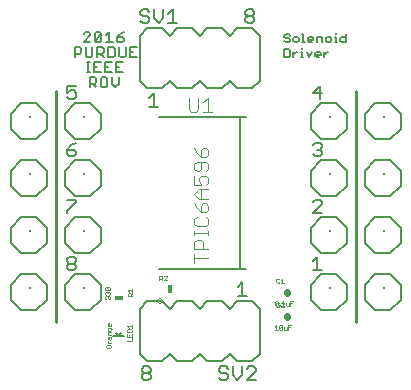
<source format=gto>
G75*
%MOIN*%
%OFA0B0*%
%FSLAX25Y25*%
%IPPOS*%
%LPD*%
%AMOC8*
5,1,8,0,0,1.08239X$1,22.5*
%
%ADD10C,0.01000*%
%ADD11C,0.00600*%
%ADD12C,0.00500*%
%ADD13C,0.00800*%
%ADD14C,0.00400*%
%ADD15C,0.02200*%
%ADD16C,0.00100*%
%ADD17C,0.00000*%
%ADD18R,0.03000X0.01800*%
%ADD19R,0.01800X0.03000*%
D10*
X0018250Y0023250D02*
X0018250Y0100250D01*
X0118250Y0100250D02*
X0118250Y0023250D01*
D11*
X0111750Y0027250D02*
X0106750Y0027250D01*
X0103250Y0030750D01*
X0103250Y0035750D01*
X0106750Y0039250D01*
X0111750Y0039250D01*
X0115250Y0035750D01*
X0115250Y0030750D01*
X0111750Y0027250D01*
X0121250Y0030750D02*
X0121250Y0035750D01*
X0124750Y0039250D01*
X0129750Y0039250D01*
X0133250Y0035750D01*
X0133250Y0030750D01*
X0129750Y0027250D01*
X0124750Y0027250D01*
X0121250Y0030750D01*
X0124750Y0046250D02*
X0129750Y0046250D01*
X0133250Y0049750D01*
X0133250Y0054750D01*
X0129750Y0058250D01*
X0124750Y0058250D01*
X0121250Y0054750D01*
X0121250Y0049750D01*
X0124750Y0046250D01*
X0115250Y0049750D02*
X0115250Y0054750D01*
X0111750Y0058250D01*
X0106750Y0058250D01*
X0103250Y0054750D01*
X0103250Y0049750D01*
X0106750Y0046250D01*
X0111750Y0046250D01*
X0115250Y0049750D01*
X0111750Y0065250D02*
X0106750Y0065250D01*
X0103250Y0068750D01*
X0103250Y0073750D01*
X0106750Y0077250D01*
X0111750Y0077250D01*
X0115250Y0073750D01*
X0115250Y0068750D01*
X0111750Y0065250D01*
X0121250Y0068750D02*
X0124750Y0065250D01*
X0129750Y0065250D01*
X0133250Y0068750D01*
X0133250Y0073750D01*
X0129750Y0077250D01*
X0124750Y0077250D01*
X0121250Y0073750D01*
X0121250Y0068750D01*
X0124750Y0084250D02*
X0129750Y0084250D01*
X0133250Y0087750D01*
X0133250Y0092750D01*
X0129750Y0096250D01*
X0124750Y0096250D01*
X0121250Y0092750D01*
X0121250Y0087750D01*
X0124750Y0084250D01*
X0115250Y0087750D02*
X0115250Y0092750D01*
X0111750Y0096250D01*
X0106750Y0096250D01*
X0103250Y0092750D01*
X0103250Y0087750D01*
X0106750Y0084250D01*
X0111750Y0084250D01*
X0115250Y0087750D01*
X0086250Y0103750D02*
X0083750Y0101250D01*
X0078750Y0101250D01*
X0076250Y0103750D01*
X0073750Y0101250D01*
X0068750Y0101250D01*
X0066250Y0103750D01*
X0063750Y0101250D01*
X0058750Y0101250D01*
X0056250Y0103750D01*
X0053750Y0101250D01*
X0048750Y0101250D01*
X0046250Y0103750D01*
X0046250Y0118750D01*
X0048750Y0121250D01*
X0053750Y0121250D01*
X0056250Y0118750D01*
X0058750Y0121250D01*
X0063750Y0121250D01*
X0066250Y0118750D01*
X0068750Y0121250D01*
X0073750Y0121250D01*
X0076250Y0118750D01*
X0078750Y0121250D01*
X0083750Y0121250D01*
X0086250Y0118750D01*
X0086250Y0103750D01*
X0045234Y0111550D02*
X0042966Y0111550D01*
X0042966Y0114953D01*
X0045234Y0114953D01*
X0044100Y0113251D02*
X0042966Y0113251D01*
X0041551Y0112117D02*
X0041551Y0114953D01*
X0040301Y0116550D02*
X0040868Y0117117D01*
X0040868Y0117684D01*
X0040301Y0118251D01*
X0038599Y0118251D01*
X0038599Y0117117D01*
X0039167Y0116550D01*
X0040301Y0116550D01*
X0039283Y0114953D02*
X0039283Y0112117D01*
X0039850Y0111550D01*
X0040984Y0111550D01*
X0041551Y0112117D01*
X0040640Y0109953D02*
X0038372Y0109953D01*
X0038372Y0106550D01*
X0040640Y0106550D01*
X0039185Y0104953D02*
X0039185Y0102684D01*
X0038051Y0101550D01*
X0036916Y0102684D01*
X0036916Y0104953D01*
X0035502Y0104386D02*
X0034935Y0104953D01*
X0033800Y0104953D01*
X0033233Y0104386D01*
X0033233Y0102117D01*
X0033800Y0101550D01*
X0034935Y0101550D01*
X0035502Y0102117D01*
X0035502Y0104386D01*
X0034689Y0106550D02*
X0036957Y0106550D01*
X0034689Y0106550D02*
X0034689Y0109953D01*
X0036957Y0109953D01*
X0037301Y0111550D02*
X0035599Y0111550D01*
X0035599Y0114953D01*
X0037301Y0114953D01*
X0037868Y0114386D01*
X0037868Y0112117D01*
X0037301Y0111550D01*
X0038372Y0108251D02*
X0039506Y0108251D01*
X0035823Y0108251D02*
X0034689Y0108251D01*
X0033274Y0109953D02*
X0031005Y0109953D01*
X0031005Y0106550D01*
X0033274Y0106550D01*
X0031251Y0104953D02*
X0031819Y0104386D01*
X0031819Y0103251D01*
X0031251Y0102684D01*
X0029550Y0102684D01*
X0029550Y0101550D02*
X0029550Y0104953D01*
X0031251Y0104953D01*
X0029684Y0106550D02*
X0028550Y0106550D01*
X0029117Y0106550D02*
X0029117Y0109953D01*
X0028550Y0109953D02*
X0029684Y0109953D01*
X0029935Y0111550D02*
X0030502Y0112117D01*
X0030502Y0114953D01*
X0031916Y0114953D02*
X0033618Y0114953D01*
X0034185Y0114386D01*
X0034185Y0113251D01*
X0033618Y0112684D01*
X0031916Y0112684D01*
X0031916Y0111550D02*
X0031916Y0114953D01*
X0031800Y0116550D02*
X0031233Y0117117D01*
X0033502Y0119386D01*
X0033502Y0117117D01*
X0032935Y0116550D01*
X0031800Y0116550D01*
X0031233Y0117117D02*
X0031233Y0119386D01*
X0031800Y0119953D01*
X0032935Y0119953D01*
X0033502Y0119386D01*
X0034916Y0118819D02*
X0036051Y0119953D01*
X0036051Y0116550D01*
X0037185Y0116550D02*
X0034916Y0116550D01*
X0038599Y0118251D02*
X0039734Y0119386D01*
X0040868Y0119953D01*
X0033051Y0112684D02*
X0034185Y0111550D01*
X0032140Y0108251D02*
X0031005Y0108251D01*
X0029935Y0111550D02*
X0028800Y0111550D01*
X0028233Y0112117D01*
X0028233Y0114953D01*
X0026819Y0114386D02*
X0026819Y0113251D01*
X0026251Y0112684D01*
X0024550Y0112684D01*
X0024550Y0111550D02*
X0024550Y0114953D01*
X0026251Y0114953D01*
X0026819Y0114386D01*
X0027550Y0116550D02*
X0029819Y0118819D01*
X0029819Y0119386D01*
X0029251Y0119953D01*
X0028117Y0119953D01*
X0027550Y0119386D01*
X0027550Y0116550D02*
X0029819Y0116550D01*
X0030684Y0102684D02*
X0031819Y0101550D01*
X0029750Y0096250D02*
X0024750Y0096250D01*
X0021250Y0092750D01*
X0021250Y0087750D01*
X0024750Y0084250D01*
X0029750Y0084250D01*
X0033250Y0087750D01*
X0033250Y0092750D01*
X0029750Y0096250D01*
X0015250Y0092750D02*
X0015250Y0087750D01*
X0011750Y0084250D01*
X0006750Y0084250D01*
X0003250Y0087750D01*
X0003250Y0092750D01*
X0006750Y0096250D01*
X0011750Y0096250D01*
X0015250Y0092750D01*
X0011750Y0077250D02*
X0006750Y0077250D01*
X0003250Y0073750D01*
X0003250Y0068750D01*
X0006750Y0065250D01*
X0011750Y0065250D01*
X0015250Y0068750D01*
X0015250Y0073750D01*
X0011750Y0077250D01*
X0021250Y0073750D02*
X0021250Y0068750D01*
X0024750Y0065250D01*
X0029750Y0065250D01*
X0033250Y0068750D01*
X0033250Y0073750D01*
X0029750Y0077250D01*
X0024750Y0077250D01*
X0021250Y0073750D01*
X0024750Y0058250D02*
X0029750Y0058250D01*
X0033250Y0054750D01*
X0033250Y0049750D01*
X0029750Y0046250D01*
X0024750Y0046250D01*
X0021250Y0049750D01*
X0021250Y0054750D01*
X0024750Y0058250D01*
X0015250Y0054750D02*
X0015250Y0049750D01*
X0011750Y0046250D01*
X0006750Y0046250D01*
X0003250Y0049750D01*
X0003250Y0054750D01*
X0006750Y0058250D01*
X0011750Y0058250D01*
X0015250Y0054750D01*
X0011750Y0039250D02*
X0006750Y0039250D01*
X0003250Y0035750D01*
X0003250Y0030750D01*
X0006750Y0027250D01*
X0011750Y0027250D01*
X0015250Y0030750D01*
X0015250Y0035750D01*
X0011750Y0039250D01*
X0021250Y0035750D02*
X0021250Y0030750D01*
X0024750Y0027250D01*
X0029750Y0027250D01*
X0033250Y0030750D01*
X0033250Y0035750D01*
X0029750Y0039250D01*
X0024750Y0039250D01*
X0021250Y0035750D01*
X0046250Y0027750D02*
X0046250Y0012750D01*
X0048750Y0010250D01*
X0053750Y0010250D01*
X0056250Y0012750D01*
X0058750Y0010250D01*
X0063750Y0010250D01*
X0066250Y0012750D01*
X0068750Y0010250D01*
X0073750Y0010250D01*
X0076250Y0012750D01*
X0078750Y0010250D01*
X0083750Y0010250D01*
X0086250Y0012750D01*
X0086250Y0027750D01*
X0083750Y0030250D01*
X0078750Y0030250D01*
X0076250Y0027750D01*
X0073750Y0030250D01*
X0068750Y0030250D01*
X0066250Y0027750D01*
X0063750Y0030250D01*
X0058750Y0030250D01*
X0056250Y0027750D01*
X0053750Y0030250D01*
X0048750Y0030250D01*
X0046250Y0027750D01*
D12*
X0047647Y0008504D02*
X0049148Y0008504D01*
X0049899Y0007753D01*
X0049899Y0007003D01*
X0049148Y0006252D01*
X0047647Y0006252D01*
X0046896Y0007003D01*
X0046896Y0007753D01*
X0047647Y0008504D01*
X0047647Y0006252D02*
X0046896Y0005501D01*
X0046896Y0004751D01*
X0047647Y0004000D01*
X0049148Y0004000D01*
X0049899Y0004751D01*
X0049899Y0005501D01*
X0049148Y0006252D01*
X0072688Y0007003D02*
X0073439Y0006252D01*
X0074940Y0006252D01*
X0075691Y0005501D01*
X0075691Y0004751D01*
X0074940Y0004000D01*
X0073439Y0004000D01*
X0072688Y0004751D01*
X0072688Y0007003D02*
X0072688Y0007753D01*
X0073439Y0008504D01*
X0074940Y0008504D01*
X0075691Y0007753D01*
X0077292Y0008504D02*
X0077292Y0005501D01*
X0078793Y0004000D01*
X0080295Y0005501D01*
X0080295Y0008504D01*
X0081896Y0007753D02*
X0082647Y0008504D01*
X0084148Y0008504D01*
X0084899Y0007753D01*
X0084899Y0007003D01*
X0081896Y0004000D01*
X0084899Y0004000D01*
X0081899Y0032000D02*
X0078896Y0032000D01*
X0080397Y0032000D02*
X0080397Y0036504D01*
X0078896Y0035003D01*
X0104000Y0040500D02*
X0107003Y0040500D01*
X0105501Y0040500D02*
X0105501Y0045004D01*
X0104000Y0043503D01*
X0104000Y0059500D02*
X0107003Y0062503D01*
X0107003Y0063253D01*
X0106252Y0064004D01*
X0104751Y0064004D01*
X0104000Y0063253D01*
X0104000Y0059500D02*
X0107003Y0059500D01*
X0106252Y0078500D02*
X0104751Y0078500D01*
X0104000Y0079251D01*
X0105501Y0080752D02*
X0106252Y0080752D01*
X0107003Y0080001D01*
X0107003Y0079251D01*
X0106252Y0078500D01*
X0106252Y0080752D02*
X0107003Y0081503D01*
X0107003Y0082253D01*
X0106252Y0083004D01*
X0104751Y0083004D01*
X0104000Y0082253D01*
X0106252Y0097500D02*
X0106252Y0102004D01*
X0104000Y0099752D01*
X0107003Y0099752D01*
X0107759Y0111500D02*
X0107759Y0113302D01*
X0107759Y0112401D02*
X0108660Y0113302D01*
X0109110Y0113302D01*
X0106614Y0112851D02*
X0106614Y0112401D01*
X0104813Y0112401D01*
X0104813Y0112851D02*
X0105263Y0113302D01*
X0106164Y0113302D01*
X0106614Y0112851D01*
X0106164Y0111500D02*
X0105263Y0111500D01*
X0104813Y0111950D01*
X0104813Y0112851D01*
X0103668Y0113302D02*
X0102767Y0111500D01*
X0101866Y0113302D01*
X0100352Y0113302D02*
X0100352Y0111500D01*
X0099902Y0111500D02*
X0100803Y0111500D01*
X0100352Y0113302D02*
X0099902Y0113302D01*
X0100352Y0114202D02*
X0100352Y0114653D01*
X0098798Y0113302D02*
X0098347Y0113302D01*
X0097447Y0112401D01*
X0097447Y0111500D02*
X0097447Y0113302D01*
X0096302Y0113752D02*
X0096302Y0111950D01*
X0095851Y0111500D01*
X0094500Y0111500D01*
X0094500Y0114202D01*
X0095851Y0114202D01*
X0096302Y0113752D01*
X0095851Y0116500D02*
X0094950Y0116500D01*
X0094500Y0116950D01*
X0094950Y0117851D02*
X0094500Y0118302D01*
X0094500Y0118752D01*
X0094950Y0119202D01*
X0095851Y0119202D01*
X0096302Y0118752D01*
X0095851Y0117851D02*
X0096302Y0117401D01*
X0096302Y0116950D01*
X0095851Y0116500D01*
X0095851Y0117851D02*
X0094950Y0117851D01*
X0097447Y0117851D02*
X0097447Y0116950D01*
X0097897Y0116500D01*
X0098798Y0116500D01*
X0099248Y0116950D01*
X0099248Y0117851D01*
X0098798Y0118302D01*
X0097897Y0118302D01*
X0097447Y0117851D01*
X0100393Y0116500D02*
X0101294Y0116500D01*
X0100843Y0116500D02*
X0100843Y0119202D01*
X0100393Y0119202D01*
X0102357Y0117851D02*
X0102808Y0118302D01*
X0103709Y0118302D01*
X0104159Y0117851D01*
X0104159Y0117401D01*
X0102357Y0117401D01*
X0102357Y0117851D02*
X0102357Y0116950D01*
X0102808Y0116500D01*
X0103709Y0116500D01*
X0105304Y0116500D02*
X0105304Y0118302D01*
X0106655Y0118302D01*
X0107105Y0117851D01*
X0107105Y0116500D01*
X0108250Y0116950D02*
X0108250Y0117851D01*
X0108701Y0118302D01*
X0109602Y0118302D01*
X0110052Y0117851D01*
X0110052Y0116950D01*
X0109602Y0116500D01*
X0108701Y0116500D01*
X0108250Y0116950D01*
X0111197Y0116500D02*
X0112098Y0116500D01*
X0111647Y0116500D02*
X0111647Y0118302D01*
X0111197Y0118302D01*
X0111647Y0119202D02*
X0111647Y0119653D01*
X0113161Y0117851D02*
X0113612Y0118302D01*
X0114963Y0118302D01*
X0114963Y0119202D02*
X0114963Y0116500D01*
X0113612Y0116500D01*
X0113161Y0116950D01*
X0113161Y0117851D01*
X0084503Y0123751D02*
X0083752Y0123000D01*
X0082251Y0123000D01*
X0081500Y0123751D01*
X0081500Y0124501D01*
X0082251Y0125252D01*
X0083752Y0125252D01*
X0084503Y0124501D01*
X0084503Y0123751D01*
X0083752Y0125252D02*
X0084503Y0126003D01*
X0084503Y0126753D01*
X0083752Y0127504D01*
X0082251Y0127504D01*
X0081500Y0126753D01*
X0081500Y0126003D01*
X0082251Y0125252D01*
X0058710Y0123000D02*
X0055708Y0123000D01*
X0057209Y0123000D02*
X0057209Y0127504D01*
X0055708Y0126003D01*
X0054106Y0124501D02*
X0054106Y0127504D01*
X0051104Y0127504D02*
X0051104Y0124501D01*
X0052605Y0123000D01*
X0054106Y0124501D01*
X0049503Y0124501D02*
X0049503Y0123751D01*
X0048752Y0123000D01*
X0047251Y0123000D01*
X0046500Y0123751D01*
X0047251Y0125252D02*
X0046500Y0126003D01*
X0046500Y0126753D01*
X0047251Y0127504D01*
X0048752Y0127504D01*
X0049503Y0126753D01*
X0048752Y0125252D02*
X0049503Y0124501D01*
X0048752Y0125252D02*
X0047251Y0125252D01*
X0025003Y0102004D02*
X0022000Y0102004D01*
X0022000Y0099752D01*
X0023501Y0100503D01*
X0024252Y0100503D01*
X0025003Y0099752D01*
X0025003Y0098251D01*
X0024252Y0097500D01*
X0022751Y0097500D01*
X0022000Y0098251D01*
X0025003Y0083004D02*
X0023501Y0082253D01*
X0022000Y0080752D01*
X0024252Y0080752D01*
X0025003Y0080001D01*
X0025003Y0079251D01*
X0024252Y0078500D01*
X0022751Y0078500D01*
X0022000Y0079251D01*
X0022000Y0080752D01*
X0022000Y0064004D02*
X0025003Y0064004D01*
X0025003Y0063253D01*
X0022000Y0060251D01*
X0022000Y0059500D01*
X0022751Y0045004D02*
X0024252Y0045004D01*
X0025003Y0044253D01*
X0025003Y0043503D01*
X0024252Y0042752D01*
X0022751Y0042752D01*
X0022000Y0043503D01*
X0022000Y0044253D01*
X0022751Y0045004D01*
X0022751Y0042752D02*
X0022000Y0042001D01*
X0022000Y0041251D01*
X0022751Y0040500D01*
X0024252Y0040500D01*
X0025003Y0041251D01*
X0025003Y0042001D01*
X0024252Y0042752D01*
X0049500Y0095000D02*
X0052503Y0095000D01*
X0051001Y0095000D02*
X0051001Y0099504D01*
X0049500Y0098003D01*
D13*
X0052683Y0091683D02*
X0079848Y0091683D01*
X0081817Y0091683D01*
X0079848Y0091683D02*
X0079848Y0040817D01*
X0052683Y0040817D01*
X0040110Y0019801D02*
X0039350Y0018641D01*
X0039250Y0018581D02*
X0038330Y0019801D01*
X0037439Y0018581D02*
X0039250Y0018581D01*
X0041061Y0018581D01*
X0079848Y0040817D02*
X0081817Y0040817D01*
D14*
X0069050Y0044485D02*
X0064446Y0044485D01*
X0064446Y0046019D02*
X0064446Y0042950D01*
X0064446Y0047554D02*
X0064446Y0049856D01*
X0065213Y0050623D01*
X0066748Y0050623D01*
X0067515Y0049856D01*
X0067515Y0047554D01*
X0069050Y0047554D02*
X0064446Y0047554D01*
X0064446Y0052158D02*
X0064446Y0053692D01*
X0064446Y0052925D02*
X0069050Y0052925D01*
X0069050Y0052158D02*
X0069050Y0053692D01*
X0068283Y0055227D02*
X0069050Y0055994D01*
X0069050Y0057529D01*
X0068283Y0058296D01*
X0068283Y0059831D02*
X0066748Y0059831D01*
X0066748Y0062133D01*
X0067515Y0062900D01*
X0068283Y0062900D01*
X0069050Y0062133D01*
X0069050Y0060598D01*
X0068283Y0059831D01*
X0066748Y0059831D02*
X0065213Y0061366D01*
X0064446Y0062900D01*
X0065981Y0064435D02*
X0064446Y0065970D01*
X0065981Y0067504D01*
X0069050Y0067504D01*
X0068283Y0069039D02*
X0069050Y0069806D01*
X0069050Y0071341D01*
X0068283Y0072108D01*
X0066748Y0072108D01*
X0065981Y0071341D01*
X0065981Y0070574D01*
X0066748Y0069039D01*
X0064446Y0069039D01*
X0064446Y0072108D01*
X0065213Y0073643D02*
X0065981Y0073643D01*
X0066748Y0074410D01*
X0066748Y0076712D01*
X0065213Y0076712D02*
X0064446Y0075945D01*
X0064446Y0074410D01*
X0065213Y0073643D01*
X0065213Y0076712D02*
X0068283Y0076712D01*
X0069050Y0075945D01*
X0069050Y0074410D01*
X0068283Y0073643D01*
X0068283Y0078247D02*
X0066748Y0078247D01*
X0066748Y0080549D01*
X0067515Y0081316D01*
X0068283Y0081316D01*
X0069050Y0080549D01*
X0069050Y0079014D01*
X0068283Y0078247D01*
X0066748Y0078247D02*
X0065213Y0079781D01*
X0064446Y0081316D01*
X0065044Y0093450D02*
X0063509Y0093450D01*
X0062742Y0094217D01*
X0062742Y0098054D01*
X0065811Y0098054D02*
X0065811Y0094217D01*
X0065044Y0093450D01*
X0067346Y0093450D02*
X0070415Y0093450D01*
X0068881Y0093450D02*
X0068881Y0098054D01*
X0067346Y0096519D01*
X0066748Y0067504D02*
X0066748Y0064435D01*
X0065981Y0064435D02*
X0069050Y0064435D01*
X0065213Y0058296D02*
X0064446Y0057529D01*
X0064446Y0055994D01*
X0065213Y0055227D01*
X0068283Y0055227D01*
D15*
X0095250Y0033370D02*
X0095250Y0033130D01*
X0095250Y0025370D02*
X0095250Y0025130D01*
D16*
X0095720Y0022301D02*
X0096721Y0022301D01*
X0096220Y0021551D02*
X0095720Y0021551D01*
X0095247Y0021801D02*
X0095247Y0020800D01*
X0094497Y0020800D01*
X0094247Y0021050D01*
X0094247Y0021801D01*
X0093774Y0022051D02*
X0092773Y0021050D01*
X0093023Y0020800D01*
X0093524Y0020800D01*
X0093774Y0021050D01*
X0093774Y0022051D01*
X0093524Y0022301D01*
X0093023Y0022301D01*
X0092773Y0022051D01*
X0092773Y0021050D01*
X0092301Y0020800D02*
X0091300Y0020800D01*
X0091800Y0020800D02*
X0091800Y0022301D01*
X0091300Y0021801D01*
X0095720Y0022301D02*
X0095720Y0020800D01*
X0094274Y0028300D02*
X0093273Y0028300D01*
X0094274Y0029301D01*
X0094274Y0029551D01*
X0094024Y0029801D01*
X0093523Y0029801D01*
X0093273Y0029551D01*
X0093510Y0029801D02*
X0094010Y0030301D01*
X0094010Y0028800D01*
X0093510Y0028800D02*
X0094511Y0028800D01*
X0094983Y0029050D02*
X0095233Y0028800D01*
X0095984Y0028800D01*
X0095984Y0029801D01*
X0096456Y0029551D02*
X0096957Y0029551D01*
X0096456Y0030301D02*
X0097457Y0030301D01*
X0096456Y0030301D02*
X0096456Y0028800D01*
X0094983Y0029050D02*
X0094983Y0029801D01*
X0093023Y0029050D02*
X0093023Y0028800D01*
X0092773Y0028800D01*
X0092773Y0029050D01*
X0093023Y0029050D01*
X0092801Y0028550D02*
X0092551Y0028300D01*
X0092050Y0028300D01*
X0091800Y0028550D01*
X0091800Y0029551D01*
X0092050Y0029801D01*
X0092551Y0029801D01*
X0092801Y0029551D01*
X0092301Y0030051D02*
X0092301Y0029050D01*
X0092051Y0028800D01*
X0091550Y0028800D01*
X0091300Y0029050D01*
X0092301Y0030051D01*
X0092051Y0030301D01*
X0091550Y0030301D01*
X0091300Y0030051D01*
X0091300Y0029050D01*
X0092050Y0036300D02*
X0092551Y0036300D01*
X0092801Y0036550D01*
X0093273Y0036300D02*
X0094274Y0036300D01*
X0093774Y0036300D02*
X0093774Y0037801D01*
X0093273Y0037301D01*
X0092801Y0037551D02*
X0092551Y0037801D01*
X0092050Y0037801D01*
X0091800Y0037551D01*
X0091800Y0036550D01*
X0092050Y0036300D01*
X0055274Y0037300D02*
X0054273Y0037300D01*
X0055274Y0038301D01*
X0055274Y0038551D01*
X0055024Y0038801D01*
X0054523Y0038801D01*
X0054273Y0038551D01*
X0053801Y0038551D02*
X0053801Y0038051D01*
X0053551Y0037800D01*
X0052800Y0037800D01*
X0052800Y0037300D02*
X0052800Y0038801D01*
X0053551Y0038801D01*
X0053801Y0038551D01*
X0053300Y0037800D02*
X0053801Y0037300D01*
X0053051Y0031301D02*
X0053301Y0031051D01*
X0052300Y0030050D01*
X0052550Y0029800D01*
X0053051Y0029800D01*
X0053301Y0030050D01*
X0053301Y0031051D01*
X0053051Y0031301D02*
X0052550Y0031301D01*
X0052300Y0031051D01*
X0052300Y0030050D01*
X0043800Y0031853D02*
X0042299Y0031853D01*
X0042299Y0032604D01*
X0042549Y0032854D01*
X0043049Y0032854D01*
X0043300Y0032604D01*
X0043300Y0031853D01*
X0043300Y0032354D02*
X0043800Y0032854D01*
X0043800Y0033327D02*
X0043800Y0034328D01*
X0043800Y0033827D02*
X0042299Y0033827D01*
X0042799Y0033327D01*
X0036300Y0033104D02*
X0036300Y0032604D01*
X0036050Y0032353D01*
X0036050Y0031881D02*
X0036300Y0031631D01*
X0036300Y0031130D01*
X0036050Y0030880D01*
X0035549Y0031381D02*
X0035549Y0031631D01*
X0035800Y0031881D01*
X0036050Y0031881D01*
X0035549Y0031631D02*
X0035299Y0031881D01*
X0035049Y0031881D01*
X0034799Y0031631D01*
X0034799Y0031130D01*
X0035049Y0030880D01*
X0035049Y0032353D02*
X0034799Y0032604D01*
X0034799Y0033104D01*
X0035049Y0033354D01*
X0035299Y0033354D01*
X0035549Y0033104D01*
X0035800Y0033354D01*
X0036050Y0033354D01*
X0036300Y0033104D01*
X0035549Y0033104D02*
X0035549Y0032854D01*
X0035049Y0033827D02*
X0034799Y0034077D01*
X0034799Y0034577D01*
X0035049Y0034828D01*
X0036050Y0033827D01*
X0036300Y0034077D01*
X0036300Y0034577D01*
X0036050Y0034828D01*
X0035049Y0034828D01*
X0035049Y0033827D02*
X0036050Y0033827D01*
X0036050Y0022828D02*
X0036050Y0021827D01*
X0036300Y0021827D02*
X0035799Y0021827D01*
X0035549Y0022077D01*
X0035549Y0022577D01*
X0035799Y0022828D01*
X0036050Y0022828D01*
X0036550Y0022577D02*
X0036550Y0022077D01*
X0036300Y0021827D01*
X0036550Y0021354D02*
X0036550Y0020604D01*
X0036300Y0020353D01*
X0035799Y0020353D01*
X0035549Y0020604D01*
X0035549Y0021354D01*
X0036800Y0021354D01*
X0037050Y0021104D01*
X0037050Y0020854D01*
X0036550Y0019881D02*
X0035799Y0019881D01*
X0035549Y0019631D01*
X0035549Y0018880D01*
X0036550Y0018880D01*
X0036550Y0018408D02*
X0036550Y0017657D01*
X0036300Y0017407D01*
X0036050Y0017657D01*
X0036050Y0018408D01*
X0035799Y0018408D02*
X0036550Y0018408D01*
X0035799Y0018408D02*
X0035549Y0018158D01*
X0035549Y0017657D01*
X0035549Y0016930D02*
X0035549Y0016680D01*
X0036050Y0016179D01*
X0036550Y0016179D02*
X0035549Y0016179D01*
X0035299Y0015707D02*
X0035049Y0015457D01*
X0035049Y0014956D01*
X0035299Y0014706D01*
X0036300Y0014706D01*
X0036550Y0014956D01*
X0036550Y0015457D01*
X0036300Y0015707D01*
X0035299Y0015707D01*
X0042049Y0016907D02*
X0043550Y0016907D01*
X0043550Y0017908D01*
X0043550Y0018380D02*
X0042049Y0018380D01*
X0042049Y0019381D01*
X0042049Y0019853D02*
X0042049Y0020604D01*
X0042299Y0020854D01*
X0043300Y0020854D01*
X0043550Y0020604D01*
X0043550Y0019853D01*
X0042049Y0019853D01*
X0042799Y0018881D02*
X0042799Y0018380D01*
X0043550Y0018380D02*
X0043550Y0019381D01*
X0043550Y0021327D02*
X0043550Y0022328D01*
X0043550Y0021827D02*
X0042049Y0021827D01*
X0042549Y0021327D01*
D17*
X0027576Y0034750D02*
X0027576Y0034850D01*
X0027526Y0034800D01*
X0027593Y0034800D01*
X0027501Y0034750D02*
X0027434Y0034750D01*
X0027409Y0034750D02*
X0027342Y0034750D01*
X0027342Y0034850D01*
X0027409Y0034850D01*
X0027434Y0034817D02*
X0027468Y0034850D01*
X0027468Y0034750D01*
X0027375Y0034800D02*
X0027342Y0034800D01*
X0027317Y0034783D02*
X0027317Y0034767D01*
X0027300Y0034750D01*
X0027267Y0034750D01*
X0027250Y0034767D01*
X0027267Y0034800D02*
X0027300Y0034800D01*
X0027317Y0034783D01*
X0027317Y0034833D02*
X0027300Y0034850D01*
X0027267Y0034850D01*
X0027250Y0034833D01*
X0027250Y0034817D01*
X0027267Y0034800D01*
X0009593Y0034800D02*
X0009526Y0034800D01*
X0009576Y0034850D01*
X0009576Y0034750D01*
X0009501Y0034750D02*
X0009434Y0034750D01*
X0009409Y0034750D02*
X0009342Y0034750D01*
X0009342Y0034850D01*
X0009409Y0034850D01*
X0009434Y0034817D02*
X0009468Y0034850D01*
X0009468Y0034750D01*
X0009375Y0034800D02*
X0009342Y0034800D01*
X0009317Y0034783D02*
X0009317Y0034767D01*
X0009300Y0034750D01*
X0009267Y0034750D01*
X0009250Y0034767D01*
X0009267Y0034800D02*
X0009300Y0034800D01*
X0009317Y0034783D01*
X0009317Y0034833D02*
X0009300Y0034850D01*
X0009267Y0034850D01*
X0009250Y0034833D01*
X0009250Y0034817D01*
X0009267Y0034800D01*
X0009267Y0053750D02*
X0009250Y0053767D01*
X0009267Y0053750D02*
X0009300Y0053750D01*
X0009317Y0053767D01*
X0009317Y0053783D01*
X0009300Y0053800D01*
X0009267Y0053800D01*
X0009250Y0053817D01*
X0009250Y0053833D01*
X0009267Y0053850D01*
X0009300Y0053850D01*
X0009317Y0053833D01*
X0009342Y0053850D02*
X0009342Y0053750D01*
X0009409Y0053750D01*
X0009434Y0053750D02*
X0009501Y0053750D01*
X0009468Y0053750D02*
X0009468Y0053850D01*
X0009434Y0053817D01*
X0009409Y0053850D02*
X0009342Y0053850D01*
X0009342Y0053800D02*
X0009375Y0053800D01*
X0009526Y0053800D02*
X0009593Y0053800D01*
X0009576Y0053750D02*
X0009576Y0053850D01*
X0009526Y0053800D01*
X0027250Y0053817D02*
X0027267Y0053800D01*
X0027300Y0053800D01*
X0027317Y0053783D01*
X0027317Y0053767D01*
X0027300Y0053750D01*
X0027267Y0053750D01*
X0027250Y0053767D01*
X0027250Y0053817D02*
X0027250Y0053833D01*
X0027267Y0053850D01*
X0027300Y0053850D01*
X0027317Y0053833D01*
X0027342Y0053850D02*
X0027342Y0053750D01*
X0027409Y0053750D01*
X0027434Y0053750D02*
X0027501Y0053750D01*
X0027468Y0053750D02*
X0027468Y0053850D01*
X0027434Y0053817D01*
X0027409Y0053850D02*
X0027342Y0053850D01*
X0027342Y0053800D02*
X0027375Y0053800D01*
X0027526Y0053800D02*
X0027593Y0053800D01*
X0027576Y0053750D02*
X0027576Y0053850D01*
X0027526Y0053800D01*
X0027434Y0072750D02*
X0027501Y0072750D01*
X0027468Y0072750D02*
X0027468Y0072850D01*
X0027434Y0072817D01*
X0027409Y0072850D02*
X0027342Y0072850D01*
X0027342Y0072750D01*
X0027409Y0072750D01*
X0027375Y0072800D02*
X0027342Y0072800D01*
X0027317Y0072783D02*
X0027317Y0072767D01*
X0027300Y0072750D01*
X0027267Y0072750D01*
X0027250Y0072767D01*
X0027267Y0072800D02*
X0027300Y0072800D01*
X0027317Y0072783D01*
X0027317Y0072833D02*
X0027300Y0072850D01*
X0027267Y0072850D01*
X0027250Y0072833D01*
X0027250Y0072817D01*
X0027267Y0072800D01*
X0027526Y0072800D02*
X0027593Y0072800D01*
X0027576Y0072750D02*
X0027576Y0072850D01*
X0027526Y0072800D01*
X0009593Y0072800D02*
X0009526Y0072800D01*
X0009576Y0072850D01*
X0009576Y0072750D01*
X0009501Y0072750D02*
X0009434Y0072750D01*
X0009409Y0072750D02*
X0009342Y0072750D01*
X0009342Y0072850D01*
X0009409Y0072850D01*
X0009434Y0072817D02*
X0009468Y0072850D01*
X0009468Y0072750D01*
X0009375Y0072800D02*
X0009342Y0072800D01*
X0009317Y0072783D02*
X0009317Y0072767D01*
X0009300Y0072750D01*
X0009267Y0072750D01*
X0009250Y0072767D01*
X0009267Y0072800D02*
X0009300Y0072800D01*
X0009317Y0072783D01*
X0009317Y0072833D02*
X0009300Y0072850D01*
X0009267Y0072850D01*
X0009250Y0072833D01*
X0009250Y0072817D01*
X0009267Y0072800D01*
X0009267Y0091750D02*
X0009250Y0091767D01*
X0009267Y0091750D02*
X0009300Y0091750D01*
X0009317Y0091767D01*
X0009317Y0091783D01*
X0009300Y0091800D01*
X0009267Y0091800D01*
X0009250Y0091817D01*
X0009250Y0091833D01*
X0009267Y0091850D01*
X0009300Y0091850D01*
X0009317Y0091833D01*
X0009342Y0091850D02*
X0009342Y0091750D01*
X0009409Y0091750D01*
X0009434Y0091750D02*
X0009501Y0091750D01*
X0009468Y0091750D02*
X0009468Y0091850D01*
X0009434Y0091817D01*
X0009409Y0091850D02*
X0009342Y0091850D01*
X0009342Y0091800D02*
X0009375Y0091800D01*
X0009526Y0091800D02*
X0009593Y0091800D01*
X0009576Y0091750D02*
X0009576Y0091850D01*
X0009526Y0091800D01*
X0027250Y0091817D02*
X0027267Y0091800D01*
X0027300Y0091800D01*
X0027317Y0091783D01*
X0027317Y0091767D01*
X0027300Y0091750D01*
X0027267Y0091750D01*
X0027250Y0091767D01*
X0027250Y0091817D02*
X0027250Y0091833D01*
X0027267Y0091850D01*
X0027300Y0091850D01*
X0027317Y0091833D01*
X0027342Y0091850D02*
X0027342Y0091750D01*
X0027409Y0091750D01*
X0027434Y0091750D02*
X0027501Y0091750D01*
X0027468Y0091750D02*
X0027468Y0091850D01*
X0027434Y0091817D01*
X0027409Y0091850D02*
X0027342Y0091850D01*
X0027342Y0091800D02*
X0027375Y0091800D01*
X0027526Y0091800D02*
X0027593Y0091800D01*
X0027576Y0091750D02*
X0027576Y0091850D01*
X0027526Y0091800D01*
X0109250Y0091767D02*
X0109267Y0091750D01*
X0109300Y0091750D01*
X0109317Y0091767D01*
X0109317Y0091783D01*
X0109300Y0091800D01*
X0109267Y0091800D01*
X0109250Y0091817D01*
X0109250Y0091833D01*
X0109267Y0091850D01*
X0109300Y0091850D01*
X0109317Y0091833D01*
X0109342Y0091850D02*
X0109342Y0091750D01*
X0109409Y0091750D01*
X0109434Y0091750D02*
X0109501Y0091750D01*
X0109468Y0091750D02*
X0109468Y0091850D01*
X0109434Y0091817D01*
X0109409Y0091850D02*
X0109342Y0091850D01*
X0109342Y0091800D02*
X0109375Y0091800D01*
X0109526Y0091800D02*
X0109593Y0091800D01*
X0109576Y0091750D02*
X0109576Y0091850D01*
X0109526Y0091800D01*
X0127250Y0091817D02*
X0127267Y0091800D01*
X0127300Y0091800D01*
X0127317Y0091783D01*
X0127317Y0091767D01*
X0127300Y0091750D01*
X0127267Y0091750D01*
X0127250Y0091767D01*
X0127250Y0091817D02*
X0127250Y0091833D01*
X0127267Y0091850D01*
X0127300Y0091850D01*
X0127317Y0091833D01*
X0127342Y0091850D02*
X0127342Y0091750D01*
X0127409Y0091750D01*
X0127434Y0091750D02*
X0127501Y0091750D01*
X0127468Y0091750D02*
X0127468Y0091850D01*
X0127434Y0091817D01*
X0127409Y0091850D02*
X0127342Y0091850D01*
X0127342Y0091800D02*
X0127375Y0091800D01*
X0127526Y0091800D02*
X0127593Y0091800D01*
X0127576Y0091750D02*
X0127576Y0091850D01*
X0127526Y0091800D01*
X0127576Y0072850D02*
X0127526Y0072800D01*
X0127593Y0072800D01*
X0127576Y0072750D02*
X0127576Y0072850D01*
X0127468Y0072850D02*
X0127468Y0072750D01*
X0127501Y0072750D02*
X0127434Y0072750D01*
X0127409Y0072750D02*
X0127342Y0072750D01*
X0127342Y0072850D01*
X0127409Y0072850D01*
X0127434Y0072817D02*
X0127468Y0072850D01*
X0127375Y0072800D02*
X0127342Y0072800D01*
X0127317Y0072783D02*
X0127317Y0072767D01*
X0127300Y0072750D01*
X0127267Y0072750D01*
X0127250Y0072767D01*
X0127267Y0072800D02*
X0127300Y0072800D01*
X0127317Y0072783D01*
X0127317Y0072833D02*
X0127300Y0072850D01*
X0127267Y0072850D01*
X0127250Y0072833D01*
X0127250Y0072817D01*
X0127267Y0072800D01*
X0109593Y0072800D02*
X0109526Y0072800D01*
X0109576Y0072850D01*
X0109576Y0072750D01*
X0109501Y0072750D02*
X0109434Y0072750D01*
X0109409Y0072750D02*
X0109342Y0072750D01*
X0109342Y0072850D01*
X0109409Y0072850D01*
X0109434Y0072817D02*
X0109468Y0072850D01*
X0109468Y0072750D01*
X0109375Y0072800D02*
X0109342Y0072800D01*
X0109317Y0072783D02*
X0109317Y0072767D01*
X0109300Y0072750D01*
X0109267Y0072750D01*
X0109250Y0072767D01*
X0109267Y0072800D02*
X0109300Y0072800D01*
X0109317Y0072783D01*
X0109317Y0072833D02*
X0109300Y0072850D01*
X0109267Y0072850D01*
X0109250Y0072833D01*
X0109250Y0072817D01*
X0109267Y0072800D01*
X0109267Y0053850D02*
X0109250Y0053833D01*
X0109250Y0053817D01*
X0109267Y0053800D01*
X0109300Y0053800D01*
X0109317Y0053783D01*
X0109317Y0053767D01*
X0109300Y0053750D01*
X0109267Y0053750D01*
X0109250Y0053767D01*
X0109267Y0053850D02*
X0109300Y0053850D01*
X0109317Y0053833D01*
X0109342Y0053850D02*
X0109342Y0053750D01*
X0109409Y0053750D01*
X0109434Y0053750D02*
X0109501Y0053750D01*
X0109468Y0053750D02*
X0109468Y0053850D01*
X0109434Y0053817D01*
X0109409Y0053850D02*
X0109342Y0053850D01*
X0109342Y0053800D02*
X0109375Y0053800D01*
X0109526Y0053800D02*
X0109593Y0053800D01*
X0109576Y0053750D02*
X0109576Y0053850D01*
X0109526Y0053800D01*
X0127250Y0053817D02*
X0127267Y0053800D01*
X0127300Y0053800D01*
X0127317Y0053783D01*
X0127317Y0053767D01*
X0127300Y0053750D01*
X0127267Y0053750D01*
X0127250Y0053767D01*
X0127250Y0053817D02*
X0127250Y0053833D01*
X0127267Y0053850D01*
X0127300Y0053850D01*
X0127317Y0053833D01*
X0127342Y0053850D02*
X0127342Y0053750D01*
X0127409Y0053750D01*
X0127434Y0053750D02*
X0127501Y0053750D01*
X0127468Y0053750D02*
X0127468Y0053850D01*
X0127434Y0053817D01*
X0127409Y0053850D02*
X0127342Y0053850D01*
X0127342Y0053800D02*
X0127375Y0053800D01*
X0127526Y0053800D02*
X0127593Y0053800D01*
X0127576Y0053750D02*
X0127576Y0053850D01*
X0127526Y0053800D01*
X0127576Y0034850D02*
X0127526Y0034800D01*
X0127593Y0034800D01*
X0127576Y0034750D02*
X0127576Y0034850D01*
X0127468Y0034850D02*
X0127468Y0034750D01*
X0127501Y0034750D02*
X0127434Y0034750D01*
X0127409Y0034750D02*
X0127342Y0034750D01*
X0127342Y0034850D01*
X0127409Y0034850D01*
X0127434Y0034817D02*
X0127468Y0034850D01*
X0127375Y0034800D02*
X0127342Y0034800D01*
X0127317Y0034783D02*
X0127317Y0034767D01*
X0127300Y0034750D01*
X0127267Y0034750D01*
X0127250Y0034767D01*
X0127267Y0034800D02*
X0127300Y0034800D01*
X0127317Y0034783D01*
X0127317Y0034833D02*
X0127300Y0034850D01*
X0127267Y0034850D01*
X0127250Y0034833D01*
X0127250Y0034817D01*
X0127267Y0034800D01*
X0109593Y0034800D02*
X0109526Y0034800D01*
X0109576Y0034850D01*
X0109576Y0034750D01*
X0109501Y0034750D02*
X0109434Y0034750D01*
X0109409Y0034750D02*
X0109342Y0034750D01*
X0109342Y0034850D01*
X0109409Y0034850D01*
X0109434Y0034817D02*
X0109468Y0034850D01*
X0109468Y0034750D01*
X0109375Y0034800D02*
X0109342Y0034800D01*
X0109317Y0034783D02*
X0109317Y0034767D01*
X0109300Y0034750D01*
X0109267Y0034750D01*
X0109250Y0034767D01*
X0109267Y0034800D02*
X0109300Y0034800D01*
X0109317Y0034783D01*
X0109317Y0034833D02*
X0109300Y0034850D01*
X0109267Y0034850D01*
X0109250Y0034833D01*
X0109250Y0034817D01*
X0109267Y0034800D01*
D18*
X0039250Y0031250D03*
D19*
X0056250Y0034250D03*
M02*

</source>
